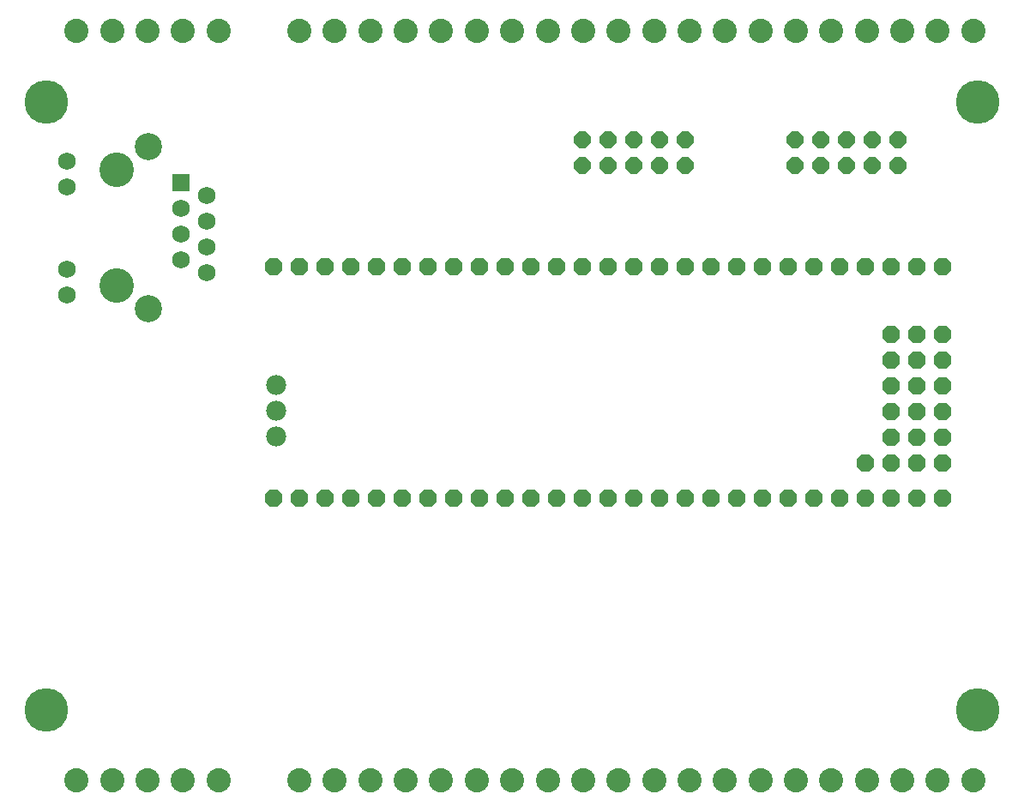
<source format=gbs>
G75*
%MOIN*%
%OFA0B0*%
%FSLAX25Y25*%
%IPPOS*%
%LPD*%
%AMOC8*
5,1,8,0,0,1.08239X$1,22.5*
%
%ADD10C,0.16942*%
%ADD11OC8,0.06737*%
%ADD12C,0.07800*%
%ADD13C,0.09400*%
%ADD14OC8,0.06400*%
%ADD15R,0.06800X0.06800*%
%ADD16C,0.06800*%
%ADD17C,0.10550*%
%ADD18C,0.13400*%
D10*
X0021346Y0080340D03*
X0021346Y0316561D03*
X0383551Y0316561D03*
X0383551Y0080340D03*
D11*
X0369598Y0162600D03*
X0359598Y0162600D03*
X0349598Y0162600D03*
X0339598Y0162600D03*
X0329598Y0162600D03*
X0319598Y0162600D03*
X0309598Y0162600D03*
X0299598Y0162600D03*
X0289598Y0162600D03*
X0279598Y0162600D03*
X0269598Y0162600D03*
X0259598Y0162600D03*
X0249598Y0162600D03*
X0239598Y0162600D03*
X0229598Y0162600D03*
X0219598Y0162600D03*
X0209598Y0162600D03*
X0199598Y0162600D03*
X0189598Y0162600D03*
X0179598Y0162600D03*
X0169598Y0162600D03*
X0159598Y0162600D03*
X0149598Y0162600D03*
X0139598Y0162600D03*
X0129598Y0162600D03*
X0119598Y0162600D03*
X0109598Y0162600D03*
X0109598Y0252600D03*
X0119598Y0252600D03*
X0129598Y0252600D03*
X0139598Y0252600D03*
X0149598Y0252600D03*
X0159598Y0252600D03*
X0169598Y0252600D03*
X0179598Y0252600D03*
X0189598Y0252600D03*
X0199598Y0252600D03*
X0209598Y0252600D03*
X0219598Y0252600D03*
X0229598Y0252600D03*
X0239598Y0252600D03*
X0249598Y0252600D03*
X0259598Y0252600D03*
X0269598Y0252600D03*
X0279598Y0252600D03*
X0289598Y0252600D03*
X0299598Y0252600D03*
X0309598Y0252600D03*
X0319598Y0252600D03*
X0329598Y0252600D03*
X0339598Y0252600D03*
X0349598Y0252600D03*
X0359598Y0252600D03*
X0369598Y0252600D03*
X0369598Y0226300D03*
X0359598Y0226300D03*
X0359598Y0216300D03*
X0369598Y0216300D03*
X0369598Y0206300D03*
X0359598Y0206300D03*
X0359598Y0196300D03*
X0369598Y0196300D03*
X0369598Y0186300D03*
X0359598Y0186300D03*
X0359598Y0176300D03*
X0369598Y0176300D03*
X0349598Y0176300D03*
X0339598Y0176300D03*
X0349598Y0186300D03*
X0349598Y0196300D03*
X0349598Y0206300D03*
X0349598Y0216300D03*
X0349598Y0226300D03*
D12*
X0110598Y0206600D03*
X0110598Y0196600D03*
X0110598Y0186600D03*
D13*
X0033157Y0052781D03*
X0046937Y0052781D03*
X0060717Y0052781D03*
X0074496Y0052781D03*
X0088276Y0052781D03*
X0119772Y0052781D03*
X0133551Y0052781D03*
X0147331Y0052781D03*
X0161110Y0052781D03*
X0174890Y0052781D03*
X0188669Y0052781D03*
X0202449Y0052781D03*
X0216228Y0052781D03*
X0230008Y0052781D03*
X0243787Y0052781D03*
X0257567Y0052781D03*
X0271346Y0052781D03*
X0285126Y0052781D03*
X0298906Y0052781D03*
X0312685Y0052781D03*
X0326465Y0052781D03*
X0340244Y0052781D03*
X0354024Y0052781D03*
X0367803Y0052781D03*
X0381583Y0052781D03*
X0381583Y0344120D03*
X0367803Y0344120D03*
X0354024Y0344120D03*
X0340244Y0344120D03*
X0326465Y0344120D03*
X0312685Y0344120D03*
X0298906Y0344120D03*
X0285126Y0344120D03*
X0271346Y0344120D03*
X0257567Y0344120D03*
X0243787Y0344120D03*
X0230008Y0344120D03*
X0216228Y0344120D03*
X0202449Y0344120D03*
X0188669Y0344120D03*
X0174890Y0344120D03*
X0161110Y0344120D03*
X0147331Y0344120D03*
X0133551Y0344120D03*
X0119772Y0344120D03*
X0088276Y0344120D03*
X0074496Y0344120D03*
X0060717Y0344120D03*
X0046937Y0344120D03*
X0033157Y0344120D03*
D14*
X0229693Y0301876D03*
X0239693Y0301876D03*
X0239693Y0291876D03*
X0229693Y0291876D03*
X0249693Y0291876D03*
X0249693Y0301876D03*
X0259693Y0301876D03*
X0259693Y0291876D03*
X0269693Y0291876D03*
X0269693Y0301876D03*
X0312370Y0301876D03*
X0312370Y0291876D03*
X0322370Y0291876D03*
X0322370Y0301876D03*
X0332370Y0301876D03*
X0332370Y0291876D03*
X0342370Y0291876D03*
X0342370Y0301876D03*
X0352370Y0301876D03*
X0352370Y0291876D03*
D15*
X0073598Y0285100D03*
D16*
X0073598Y0275100D03*
X0083598Y0270100D03*
X0083598Y0260100D03*
X0073598Y0255100D03*
X0073598Y0265100D03*
X0083598Y0250100D03*
X0083598Y0280100D03*
X0029298Y0283600D03*
X0029298Y0293600D03*
X0029298Y0251600D03*
X0029298Y0241600D03*
D17*
X0061098Y0236100D03*
X0061098Y0299100D03*
D18*
X0048598Y0290100D03*
X0048598Y0245100D03*
M02*

</source>
